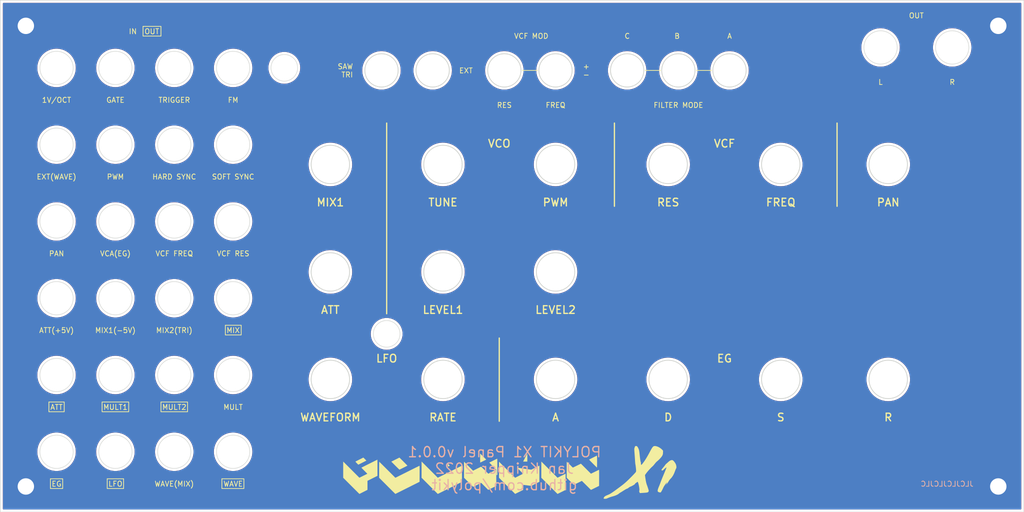
<source format=kicad_pcb>
(kicad_pcb (version 20211014) (generator pcbnew)
  (title_block (title "Polykit X1 Front Panel") (date "2022-09-05") (rev "v0.0.1") (company "Jan Knipper") (comment 1 "github.com/polykit"))
  (layers (0 "F.Cu" signal) (31 "B.Cu" signal) (34 "B.Paste" user) (35 "F.Paste" user) (36 "B.SilkS" user "B.Silkscreen") (37 "F.SilkS" user "F.Silkscreen") (38 "B.Mask" user) (39 "F.Mask" user) (44 "Edge.Cuts" user))
  (net 0 "")
  (net 1 "GND")
  (footprint "LOGO" (layer "F.Cu") (at 175.475292 121.490083)
    (fp_text reference "G***" hide)
    (fp_text value "LOGO" hide)
    (fp_poly (pts (xy 5.933249 -1.606114) (xy 6.08372 -1.483711) (xy 6.246243 -1.296681) (xy 6.40773 -1.05891) (xy 6.474584 -0.942709) (xy 6.56129 -0.737848) (xy 6.617158 -0.512534) (xy 6.639212 -0.294915) (xy 6.624472 -0.113138) (xy 6.574317 0) (xy 6.528028 0.080715) (xy 6.464039 0.229004) (xy 6.39413 0.416884) (xy 6.374358 0.475) (xy 6.181879 0.970557) (xy 5.95664 1.405853) (xy 5.707053 1.76604) (xy 5.53878 1.949944) (xy 5.377832 2.123037) (xy 5.229195 2.314002) (xy 5.124622 2.481978) (xy 5.123388 2.484442) (xy 5.008959 2.678614) (xy 4.865075 2.877357) (xy 4.795135 2.959328) (xy 4.596055 3.175) (xy 4.698027 2.964491) (xy 4.758561 2.833466) (xy 4.795104 2.742679) (xy 4.8 2.723155) (xy 4.774675 2.72672) (xy 4.707069 2.796819) (xy 4.60973 2.916361) (xy 4.495208 3.068251) (xy 4.37605 3.235398) (xy 4.264807 3.400709) (xy 4.174028 3.54709) (xy 4.119529 3.65) (xy 3.934329 4.048529) (xy 3.779129 4.351769) (xy 3.653879 4.559805) (xy 3.558527 4.672725) (xy 3.503784 4.694645) (xy 3.44139 4.681352) (xy 3.318322 4.654215) (xy 3.259848 4.641178) (xy 3.113876 4.591883) (xy 3.018283 4.513925) (xy 2.973092 4.397377) (xy 2.978324 4.232311) (xy 3.034 4.008797) (xy 3.140142 3.716907) (xy 3.26249 3.425) (xy 3.357086 3.195719) (xy 3.459993 2.928239) (xy 3.549254 2.679667) (xy 3.550845 2.675) (xy 3.613842 2.501672) (xy 3.707646 2.258792) (xy 3.823382 1.9686) (xy 3.952178 1.653334) (xy 4.085159 1.335234) (xy 4.089493 1.325) (xy 4.284395 0.861967) (xy 4.439732 0.485924) (xy 4.557038 0.192695) (xy 4.637847 -0.021897) (xy 4.683692 -0.162027) (xy 4.696105 -0.231869) (xy 4.676622 -0.2356) (xy 4.65414 -0.2125) (xy 4.572225 -0.131586) (xy 4.515105 -0.1) (xy 4.460665 -0.066751) (xy 4.358902 0.020689) (xy 4.231206 0.143855) (xy 4.22312 0.152046) (xy 4.06917 0.296393) (xy 3.954638 0.371805) (xy 3.860434 0.390446) (xy 3.850427 0.389546) (xy 3.748536 0.355726) (xy 3.721386 0.282574) (xy 3.770491 0.163945) (xy 3.897368 -0.006308) (xy 3.968171 -0.087929) (xy 4.125004 -0.271305) (xy 4.279579 -0.464543) (xy 4.39965 -0.627264) (xy 4.404252 -0.633997) (xy 4.507255 -0.774052) (xy 4.600244 -0.881351) (xy 4.646564 -0.921318) (xy 4.717748 -0.976149) (xy 4.837957 -1.081161) (xy 4.984767 -1.21657) (xy 5.030914 -1.260419) (xy 5.268549 -1.462944) (xy 5.483206 -1.587022) (xy 5.696721 -1.6436) (xy 5.80792 -1.65)) (layer "F.SilkS") (width 0) (fill solid))
    (fp_poly (pts (xy 4.55 3.325) (xy 4.525 3.35) (xy 4.5 3.325) (xy 4.525 3.3)) (layer "F.SilkS") (width 0) (fill solid))
    (fp_poly (pts (xy -0.75 4.975) (xy -0.775 5) (xy -0.8 4.975) (xy -0.775 4.95)) (layer "F.SilkS") (width 0) (fill solid))
    (fp_poly (pts (xy -1.12538 -4.378902) (xy -1.021601 -4.306115) (xy -0.918869 -4.167405) (xy -0.803817 -3.948538) (xy -0.787807 -3.914629) (xy -0.738781 -3.802494) (xy -0.698564 -3.68805) (xy -0.664251 -3.555488) (xy -0.632936 -3.389002) (xy -0.601712 -3.172782) (xy -0.567674 -2.891022) (xy -0.527915 -2.527913) (xy -0.521109 -2.463853) (xy -0.48455 -2.137963) (xy -0.44804 -1.847001) (xy -0.413678 -1.605171) (xy -0.383566 -1.426678) (xy -0.359803 -1.325726) (xy -0.350223 -1.308408) (xy -0.32224 -1.253337) (xy -0.304008 -1.129692) (xy -0.3 -1.023785) (xy -0.29547 -0.864444) (xy -0.277733 -0.761507) (xy -0.240573 -0.718953) (xy -0.177775 -0.740762) (xy -0.083121 -0.830913) (xy 0.049605 -0.993386) (xy 0.226619 -1.232162) (xy 0.396342 -1.469573) (xy 0.562567 -1.717758) (xy 0.758403 -2.032645) (xy 0.970021 -2.390865) (xy 1.183593 -2.769048) (xy 1.37148 -3.117494) (xy 1.571436 -3.494262) (xy 1.735393 -3.790609) (xy 1.871758 -4.01571) (xy 1.988939 -4.178742) (xy 2.095346 -4.288882) (xy 2.199385 -4.355307) (xy 2.309466 -4.387192) (xy 2.433996 -4.393715) (xy 2.535597 -4.387998) (xy 2.807576 -4.331072) (xy 3.109199 -4.210518) (xy 3.409511 -4.042257) (xy 3.677558 -3.842208) (xy 3.775 -3.750572) (xy 4.025 -3.495419) (xy 4.019016 -3.128949) (xy 4.007023 -2.902573) (xy 3.972507 -2.729131) (xy 3.904527 -2.562231) (xy 3.86918 -2.49374) (xy 3.755178 -2.320292) (xy 3.584097 -2.107956) (xy 3.377364 -1.87979) (xy 3.156403 -1.658853) (xy 2.94264 -1.468204) (xy 2.844568 -1.391009) (xy 2.730777 -1.28843) (xy 2.585502 -1.132422) (xy 2.434697 -0.951416) (xy 2.388115 -0.891009) (xy 2.236597 -0.702505) (xy 2.077427 -0.524432) (xy 1.938914 -0.387969) (xy 1.90622 -0.360284) (xy 1.762021 -0.230562) (xy 1.575402 -0.042131) (xy 1.364795 0.184366) (xy 1.148634 0.428285) (xy 0.945351 0.668984) (xy 0.773379 0.885818) (xy 0.684576 1.007869) (xy 0.494336 1.284088) (xy 0.57539 1.879544) (xy 0.655763 2.394382) (xy 0.743403 2.810827) (xy 0.838616 3.130243) (xy 0.871953 3.215071) (xy 0.915884 3.330426) (xy 0.979569 3.512402) (xy 1.053068 3.73213) (xy 1.100935 3.880075) (xy 1.171802 4.105962) (xy 1.213985 4.258291) (xy 1.230034 4.358499) (xy 1.2225 4.428027) (xy 1.193933 4.488313) (xy 1.176544 4.515625) (xy 1.133324 4.576091) (xy 1.084006 4.623187) (xy 1.015339 4.659607) (xy 0.914071 4.688046) (xy 0.766952 4.711198) (xy 0.560732 4.731758) (xy 0.282158 4.75242) (xy -0.082019 4.775879) (xy -0.112822 4.777806) (xy -0.500644 4.802042) (xy -0.585781 4.623509) (xy -0.638514 4.475634) (xy -0.627338 4.373694) (xy -0.619981 4.359987) (xy -0.595747 4.258028) (xy -0.594586 4.088443) (xy -0.612802 3.870461) (xy -0.646702 3.623311) (xy -0.69259 3.366221) (xy -0.746773 3.118421) (xy -0.805555 2.899138) (xy -0.865242 2.727603) (xy -0.92214 2.623044) (xy -0.958138 2.6) (xy -1.015828 2.630326) (xy -1.116636 2.706838) (xy -1.166065 2.748862) (xy -1.27359 2.831256) (xy -1.350423 2.868322) (xy -1.367805 2.865528) (xy -1.395715 2.875155) (xy -1.4 2.90795) (xy -1.434713 2.992804) (xy -1.5125 3.083272) (xy -1.615346 3.159449) (xy -1.768606 3.255116) (xy -1.946181 3.356103) (xy -2.121969 3.44824) (xy -2.26987 3.517358) (xy -2.363781 3.549288) (xy -2.372232 3.55) (xy -2.444955 3.579309) (xy -2.566518 3.655748) (xy -2.695511 3.751162) (xy -2.824583 3.849407) (xy -2.91616 3.911897) (xy -2.95 3.925146) (xy -2.989399 3.925767) (xy -3.098012 3.97347) (xy -3.261464 4.060449) (xy -3.46538 4.178896) (xy -3.695386 4.321003) (xy -3.786294 4.37936) (xy -3.981061 4.503805) (xy -4.160028 4.614792) (xy -4.296172 4.695707) (xy -4.340028 4.719843) (xy -4.473366 4.804819) (xy -4.61449 4.917111) (xy -4.633301 4.934251) (xy -4.787456 5.044399) (xy -5.014519 5.163415) (xy -5.289401 5.280244) (xy -5.587016 5.383831) (xy -5.775 5.437343) (xy -6.115424 5.534124) (xy -6.43575 5.641952) (xy -6.703975 5.749645) (xy -6.8 5.795518) (xy -7.04046 5.891725) (xy -7.279374 5.919835) (xy -7.4125 5.912258) (xy -7.539973 5.892952) (xy -7.589796 5.852217) (xy -7.572302 5.76614) (xy -7.521955 5.658918) (xy -7.450814 5.545649) (xy -7.350345 5.447703) (xy -7.203454 5.353974) (xy -6.99305 5.253356) (xy -6.735043 5.147648) (xy -6.602493 5.092715) (xy -6.469572 5.030218) (xy -6.3277 4.954415) (xy -6.168295 4.859564) (xy -5.982778 4.739923) (xy -5.762568 4.589751) (xy -5.499083 4.403305) (xy -5.183743 4.174844) (xy -4.807968 3.898626) (xy -4.363177 3.568909) (xy -4.25 3.484747) (xy -3.936226 3.247105) (xy -3.65485 3.023453) (xy -3.386979 2.797174) (xy -3.11372 2.55165) (xy -2.81618 2.270266) (xy -2.475465 1.936403) (xy -2.367881 1.829386) (xy -2.103408 1.562999) (xy -1.859639 1.312464) (xy -1.646479 1.088356) (xy -1.473833 0.901252) (xy -1.351604 0.761727) (xy -1.289696 0.680356) (xy -1.28679 0.675) (xy -1.256838 0.59997) (xy -1.240566 0.510946) (xy -1.237792 0.387837) (xy -1.248331 0.210548) (xy -1.272 -0.041012) (xy -1.279577 -0.11431) (xy -1.306999 -0.359023) (xy -1.333973 -0.568452) (xy -1.357602 -0.722057) (xy -1.374991 -0.799296) (xy -1.376624 -0.802627) (xy -1.390052 -0.867659) (xy -1.406603 -1.013587) (xy -1.424527 -1.221423) (xy -1.442074 -1.472183) (xy -1.449058 -1.588318) (xy -1.469796 -1.925441) (xy -1.496123 -2.316361) (xy -1.524834 -2.715262) (xy -1.552723 -3.07633) (xy -1.555891 -3.115285) (xy -1.58006 -3.434013) (xy -1.592695 -3.667588) (xy -1.593866 -3.830182) (xy -1.583644 -3.935965) (xy -1.562098 -3.999111) (xy -1.560289 -4.002107) (xy -1.510758 -4.120559) (xy -1.5 -4.189322) (xy -1.457478 -4.316721) (xy -1.339234 -4.388439) (xy -1.243572 -4.4)) (layer "F.SilkS") (width 0) (fill solid))
    (fp_poly (pts (xy 4.6 3.225) (xy 4.575 3.25) (xy 4.55 3.225) (xy 4.575 3.2)) (layer "F.SilkS") (width 0) (fill solid))
  )
  (footprint "LOGO" (layer "F.Cu") (at 142 122.5)
    (fp_text reference "G***" hide)
    (fp_text value "LOGO" hide)
    (fp_poly (pts (xy 5.10266 -2.900609) (xy 5.108349 -2.8198) (xy 5.113139 -2.685647) (xy 5.117022 -2.498581) (xy 5.119989 -2.259034) (xy 5.122034 -1.967438) (xy 5.123149 -1.624226) (xy 5.123372 -1.358067) (xy 5.123372 0.211507) (xy 4.933618 0.323465) (xy 4.933618 -0.219077) (xy 4.93343 -0.403524) (xy 4.93232 -0.541541) (xy 4.929466 -0.640909) (xy 4.924043 -0.709413) (xy 4.915231 -0.754838) (xy 4.902208 -0.784966) (xy 4.88415 -0.807582) (xy 4.869995 -0.821311) (xy 4.836004 -0.854696) (xy 4.769082 -0.921723) (xy 4.674247 -1.01732) (xy 4.556518 -1.13641) (xy 4.420916 -1.27392) (xy 4.272458 -1.424774) (xy 4.175735 -1.523213) (xy 3.545097 -2.165423) (xy 4.30694 -2.546532) (xy 4.494996 -2.640187) (xy 4.667901 -2.725492) (xy 4.8196 -2.799524) (xy 4.944038 -2.859359) (xy 5.035159 -2.902072) (xy 5.086909 -2.924738) (xy 5.096077 -2.927641)) (layer "F.SilkS") (width 0) (fill solid))
    (fp_poly (pts (xy 2.358449 -3.34774) (xy 2.954893 -2.751759) (xy 2.37878 -2.461641) (xy 2.21623 -2.380138) (xy 2.069737 -2.307364) (xy 1.946249 -2.246712) (xy 1.852711 -2.201579) (xy 1.796072 -2.175362) (xy 1.782337 -2.170073) (xy 1.777454 -2.195766) (xy 1.772993 -2.269345) (xy 1.769097 -2.384482) (xy 1.765914 -2.534848) (xy 1.763587 -2.714114) (xy 1.762261 -2.915952) (xy 1.762006 -3.056172) (xy 1.762006 -3.94372)) (layer "F.SilkS") (width 0) (fill solid))
    (fp_poly (pts (xy 18.721478 -2.312807) (xy 18.778372 -2.260577) (xy 18.863616 -2.179321) (xy 18.972301 -2.073781) (xy 19.09952 -1.948695) (xy 19.240365 -1.808805) (xy 19.287193 -1.762006) (xy 19.431321 -1.618409) (xy 19.563357 -1.488109) (xy 19.6784 -1.375844) (xy 19.771545 -1.286355) (xy 19.837888 -1.224383) (xy 19.872527 -1.194666) (xy 19.876104 -1.192743) (xy 19.904511 -1.204219) (xy 19.975625 -1.236757) (xy 20.083488 -1.287521) (xy 20.222141 -1.353675) (xy 20.385628 -1.432385) (xy 20.567989 -1.520814) (xy 20.675116 -1.573024) (xy 21.453995 -1.953306) (xy 23.413209 0.005356) (xy 24.193987 -0.376831) (xy 24.384593 -0.469792) (xy 24.559795 -0.554587) (xy 24.713617 -0.628378) (xy 24.840087 -0.688322) (xy 24.93323 -0.731582) (xy 24.987073 -0.755315) (xy 24.997846 -0.759018) (xy 25.001933 -0.732705) (xy 25.005553 -0.656944) (xy 25.008657 -0.536499) (xy 25.011197 -0.376137) (xy 25.013124 -0.180623) (xy 25.014389 0.045279) (xy 25.014943 0.296802) (xy 25.014738 0.569181) (xy 25.013932 0.813085) (xy 25.006937 2.385188) (xy 24.211725 2.778185) (xy 23.416514 3.171182) (xy 22.528725 2.290288) (xy 21.640936 1.409395) (xy 20.865415 1.789009) (xy 20.675493 1.88164) (xy 20.501016 1.966098) (xy 20.347974 2.039532) (xy 20.222358 2.099093) (xy 20.130157 2.141932) (xy 20.077363 2.1652) (xy 20.067345 2.168623) (xy 20.04365 2.150079) (xy 19.986267 2.097327) (xy 19.89965 2.01469) (xy 19.788253 1.906494) (xy 19.656528 1.777059) (xy 19.508929 1.630711) (xy 19.361032 1.48293) (xy 18.677268 0.797236) (xy 18.677268 -0.767017) (xy 18.677614 -1.052623) (xy 18.67861 -1.321404) (xy 18.680193 -1.568582) (xy 18.682302 -1.78938) (xy 18.684871 -1.979019) (xy 18.68784 -2.132723) (xy 18.691145 -2.245714) (xy 18.694723 -2.313215) (xy 18.69784 -2.33127)) (layer "F.SilkS") (width 0) (fill solid))
    (fp_poly (pts (xy 8.594706 0.79968) (xy 9.332625 0.426526) (xy 9.518448 0.332384) (xy 9.689772 0.245258) (xy 9.840286 0.168381) (xy 9.963684 0.104988) (xy 10.053655 0.058312) (xy 10.103892 0.031589) (xy 10.111206 0.027367) (xy 10.116057 0.012732) (xy 10.102156 -0.016708) (xy 10.066329 -0.064522) (xy 10.005402 -0.13428) (xy 9.916201 -0.229551) (xy 9.795552 -0.353904) (xy 9.640283 -0.51091) (xy 9.569286 -0.582136) (xy 9.426103 -0.72683) (xy 9.298283 -0.858492) (xy 9.190105 -0.972512) (xy 9.105846 -1.064282) (xy 9.049785 -1.129194) (xy 9.026198 -1.16264) (xy 9.02713 -1.166199) (xy 9.061219 -1.16253) (xy 9.143673 -1.151785) (xy 9.269209 -1.134706) (xy 9.432544 -1.112031) (xy 9.628393 -1.0845) (xy 9.851473 -1.052852) (xy 10.096501 -1.017827) (xy 10.358192 -0.980164) (xy 10.409391 -0.972766) (xy 11.751227 -0.778769) (xy 12.54413 -1.175601) (xy 13.337033 -1.572432) (xy 13.33656 0.006687) (xy 13.336086 1.585806) (xy 11.762398 2.390032) (xy 11.023644 2.292882) (xy 10.826888 2.267286) (xy 10.645487 2.244216) (xy 10.487059 2.224599) (xy 10.359224 2.209362) (xy 10.2696 2.199432) (xy 10.225807 2.195736) (xy 10.225156 2.195731) (xy 10.203935 2.197132) (xy 10.18845 2.206254) (xy 10.177795 2.230476) (xy 10.17107 2.277174) (xy 10.167369 2.353727) (xy 10.165789 2.467514) (xy 10.165427 2.625911) (xy 10.165421 2.683581) (xy 10.165421 3.171431) (xy 8.602209 3.953397) (xy 7.025437 2.376452) (xy 5.448666 0.799508) (xy 5.448666 -2.344648)) (layer "F.SilkS") (width 0) (fill solid))
    (fp_poly (pts (xy -17.930377 -2.31255) (xy -17.873132 -2.258286) (xy -17.78337 -2.171324) (xy -17.663972 -2.054509) (xy -17.517822 -1.910688) (xy -17.347803 -1.742706) (xy -17.156797 -1.553409) (xy -16.947686 -1.345641) (xy -16.723355 -1.122249) (xy -16.486684 -0.886078) (xy -16.366406 -0.765873) (xy -14.800835 0.799524) (xy -12.455979 -0.37281) (xy -12.122694 -0.539301) (xy -11.802992 -0.698737) (xy -11.500223 -0.849464) (xy -11.217735 -0.989826) (xy -10.958879 -1.118167) (xy -10.727005 -1.232832) (xy -10.525462 -1.332166) (xy -10.357599 -1.414513) (xy -10.226767 -1.478217) (xy -10.136315 -1.521624) (xy -10.089593 -1.543078) (xy -10.083837 -1.545144) (xy -10.077323 -1.518087) (xy -10.071964 -1.437091) (xy -10.067764 -1.302424) (xy -10.064725 -1.11435) (xy -10.062852 -0.873136) (xy -10.062148 -0.579046) (xy -10.062616 -0.232346) (xy -10.063548 0.020331) (xy -10.070545 1.585806) (xy -12.428922 2.770325) (xy -12.762738 2.937932) (xy -13.082749 3.098499) (xy -13.385644 3.250372) (xy -13.668111 3.391894) (xy -13.926838 3.52141) (xy -14.158515 3.637265) (xy -14.359829 3.737802) (xy -14.527468 3.821366) (xy -14.658122 3.886302) (xy -14.748478 3.930954) (xy -14.795224 3.953667) (xy -14.801168 3.956291) (xy -14.822005 3.937795) (xy -14.878272 3.88374) (xy -14.967112 3.796956) (xy -15.085672 3.680272) (xy -15.231095 3.536516) (xy -15.400527 3.368519) (xy -15.591113 3.179109) (xy -15.799997 2.971115) (xy -16.024325 2.747367) (xy -16.261241 2.510695) (xy -16.393751 2.378167) (xy -17.972466 0.798595) (xy -17.972466 -0.766337) (xy -17.972125 -1.052007) (xy -17.971145 -1.320853) (xy -17.969588 -1.568098) (xy -17.967514 -1.788965) (xy -17.964986 -1.978679) (xy -17.962066 -2.132462) (xy -17.958815 -2.245539) (xy -17.955296 -2.313132) (xy -17.952222 -2.33127)) (layer "F.SilkS") (width 0) (fill solid))
    (fp_poly (pts (xy -4.364355 -1.77556) (xy -4.283745 -1.693598) (xy -4.220145 -1.625183) (xy -4.181907 -1.579514) (xy -4.1746 -1.566592) (xy -4.196825 -1.545511) (xy -4.253477 -1.510103) (xy -4.329518 -1.468241) (xy -4.409912 -1.427797) (xy -4.479624 -1.396643) (xy -4.523617 -1.382651) (xy -4.526228 -1.382497) (xy -4.539397 -1.408653) (xy -4.548662 -1.483522) (xy -4.553506 -1.60171) (xy -4.554109 -1.673179) (xy -4.554109 -1.963861)) (layer "F.SilkS") (width 0) (fill solid))
    (fp_poly (pts (xy 10.963379 -3.877547) (xy 10.968155 -3.804156) (xy 10.972248 -3.690147) (xy 10.975478 -3.542316) (xy 10.977664 -3.367463) (xy 10.978625 -3.172385) (xy 10.978655 -3.13095) (xy 10.978655 -2.358378) (xy 10.165545 -2.358378) (xy 10.551548 -3.13095) (xy 10.64622 -3.319189) (xy 10.73375 -3.490853) (xy 10.8111 -3.64017) (xy 10.875234 -3.761368) (xy 10.923113 -3.848674) (xy 10.951701 -3.896316) (xy 10.958103 -3.903522)) (layer "F.SilkS") (width 0) (fill solid))
    (fp_poly (pts (xy 0.379422 -0.583217) (xy 1.152162 -0.969303) (xy 1.34193 -1.063608) (xy 1.516889 -1.14958) (xy 1.670967 -1.22431) (xy 1.798094 -1.284893) (xy 1.892197 -1.328421) (xy 1.947207 -1.351987) (xy 1.958466 -1.355389) (xy 1.984798 -1.336845) (xy 2.044706 -1.284107) (xy 2.13363 -1.201519) (xy 2.247012 -1.093421) (xy 2.380293 -0.964158) (xy 2.528912 -0.81807) (xy 2.672375 -0.675438) (xy 3.352718 0.004513) (xy 4.119009 -0.378821) (xy 4.306657 -0.472201) (xy 4.478331 -0.55669) (xy 4.628168 -0.629477) (xy 4.750303 -0.68775) (xy 4.83887 -0.728696) (xy 4.888004 -0.749503) (xy 4.896047 -0.751409) (xy 4.898121 -0.723095) (xy 4.900288 -0.645383) (xy 4.902497 -0.523089) (xy 4.904693 -0.361031) (xy 4.906825 -0.164025) (xy 4.908838 0.063111) (xy 4.91068 0.315562) (xy 4.912298 0.58851) (xy 4.913429 0.826449) (xy 4.920064 2.39356) (xy 3.340428 3.164622) (xy 2.655203 2.479002) (xy 1.969977 1.793381) (xy 1.183942 2.18658) (xy 0.397906 2.579778) (xy -1.382498 0.799988) (xy -1.382498 -2.344511)) (layer "F.SilkS") (width 0) (fill solid))
    (fp_poly (pts (xy 24.594056 -3.497038) (xy 24.600372 -3.416625) (xy 24.605502 -3.283536) (xy 24.609427 -3.098537) (xy 24.612131 -2.862392) (xy 24.613595 -2.575864) (xy 24.613874 -2.358378) (xy 24.613413 -2.112892) (xy 24.612096 -1.884989) (xy 24.610019 -1.680203) (xy 24.607281 -1.504068) (xy 24.603979 -1.362118) (xy 24.600209 -1.259888) (xy 24.59607 -1.202913) (xy 24.593365 -1.192743) (xy 24.570364 -1.211301) (xy 24.513327 -1.264267) (xy 24.426418 -1.347581) (xy 24.313802 -1.457179) (xy 24.179645 -1.589001) (xy 24.028111 -1.738985) (xy 23.863365 -1.903069) (xy 23.800462 -1.965972) (xy 23.602877 -2.164338) (xy 23.441237 -2.328036) (xy 23.312649 -2.460229) (xy 23.214225 -2.564082) (xy 23.143074 -2.642758) (xy 23.096305 -2.699422) (xy 23.071028 -2.737236) (xy 23.064352 -2.759364) (xy 23.06873 -2.766912) (xy 23.108068 -2.789439) (xy 23.18683 -2.831151) (xy 23.297777 -2.888438) (xy 23.433674 -2.957691) (xy 23.587284 -3.0353) (xy 23.75137 -3.117655) (xy 23.918695 -3.201147) (xy 24.082022 -3.282166) (xy 24.234115 -3.357101) (xy 24.367737 -3.422344) (xy 24.475651 -3.474285) (xy 24.550621 -3.509314) (xy 24.58541 -3.523822) (xy 24.586572 -3.524013)) (layer "F.SilkS") (width 0) (fill solid))
    (fp_poly (pts (xy -20.75714 -2.852143) (xy -20.460447 -2.555449) (xy -21.238699 -2.158728) (xy -21.428161 -2.062476) (xy -21.602283 -1.974648) (xy -21.75517 -1.898168) (xy -21.880923 -1.835962) (xy -21.973646 -1.790953) (xy -22.027444 -1.766067) (xy -22.038485 -1.762006) (xy -22.063866 -1.780619) (xy -22.119184 -1.831824) (xy -22.197285 -1.908674) (xy -22.291012 -2.004221) (xy -22.333959 -2.048927) (xy -22.430734 -2.151471) (xy -22.512503 -2.240372) (xy -22.572641 -2.308248) (xy -22.604525 -2.34772) (xy -22.607898 -2.354111) (xy -22.584557 -2.37021) (xy -22.518369 -2.407327) (xy -22.415087 -2.462454) (xy -22.280465 -2.53258) (xy -22.120255 -2.614695) (xy -21.940212 -2.705791) (xy -21.830866 -2.760605) (xy -21.053834 -3.148836)) (layer "F.SilkS") (width 0) (fill solid))
    (fp_poly (pts (xy -6.51475 0.790628) (xy -4.151932 -0.390843) (xy -1.789115 -1.572313) (xy -1.789115 1.599298) (xy -4.147431 2.778518) (xy -4.481224 2.945388) (xy -4.801075 3.105221) (xy -5.103679 3.256368) (xy -5.385734 3.397184) (xy -5.643936 3.52602) (xy -5.87498 3.64123) (xy -6.075565 3.741166) (xy -6.242385 3.824183) (xy -6.372138 3.888632) (xy -6.461519 3.932867) (xy -6.507226 3.95524) (xy -6.512672 3.957738) (xy -6.53244 3.939031) (xy -6.587682 3.884797) (xy -6.675555 3.797865) (xy -6.793219 3.681065) (xy -6.937831 3.537226) (xy -7.10655 3.369179) (xy -7.296533 3.179753) (xy -7.50494 2.971778) (xy -7.728928 2.748083) (xy -7.965655 2.511497) (xy -8.09854 2.378623) (xy -9.677482 0.799508) (xy -9.677482 -2.371758)) (layer "F.SilkS") (width 0) (fill solid))
    (fp_poly (pts (xy 16.879354 0.790708) (xy 17.66988 0.395264) (xy 18.460405 -0.000181) (xy 18.460405 3.171431) (xy 17.67446 3.564584) (xy 17.484417 3.659545) (xy 17.310497 3.746248) (xy 17.158465 3.821836) (xy 17.034086 3.88345) (xy 16.943126 3.928232) (xy 16.891349 3.953323) (xy 16.88147 3.957738) (xy 16.861684 3.939031) (xy 16.806424 3.884796) (xy 16.718534 3.797863) (xy 16.600854 3.681062) (xy 16.456228 3.537223) (xy 16.287496 3.369175) (xy 16.097501 3.179747) (xy 15.889085 2.971771) (xy 15.66509 2.748074) (xy 15.428359 2.511487) (xy 15.295484 2.378623) (xy 13.716542 0.799508) (xy 13.716542 -2.371758)) (layer "F.SilkS") (width 0) (fill solid))
    (fp_poly (pts (xy -18.308926 -2.711571) (xy -18.306591 -2.635795) (xy -18.304443 -2.515313) (xy -18.302521 -2.35488) (xy -18.300868 -2.159249) (xy -18.299525 -1.933177) (xy -18.298532 -1.681417) (xy -18.297931 -1.408725) (xy -18.297759 -1.158557) (xy -18.297759 0.420773) (xy -19.27364 0.908111) (xy -20.24952 1.395449) (xy -20.250069 2.276753) (xy -20.250618 3.158058) (xy -21.033421 3.557898) (xy -21.222813 3.654489) (xy -21.396282 3.742679) (xy -21.548067 3.81956) (xy -21.672401 3.882223) (xy -21.763521 3.92776) (xy -21.815662 3.953262) (xy -21.825862 3.957738) (xy -21.84605 3.939027) (xy -21.901699 3.884783) (xy -21.98996 3.797835) (xy -22.107988 3.681015) (xy -22.252934 3.537152) (xy -22.421951 3.369077) (xy -22.612191 3.17962) (xy -22.820807 2.971613) (xy -23.044952 2.747885) (xy -23.281779 2.511266) (xy -23.414442 2.378623) (xy -24.993383 0.799508) (xy -24.993383 -2.371758) (xy -23.412081 -0.790628) (xy -21.830778 0.790502) (xy -20.276634 0.014) (xy -20.864981 -0.574803) (xy -21.010335 -0.721017) (xy -21.141841 -0.854741) (xy -21.254968 -0.971252) (xy -21.345185 -1.065828) (xy -21.407959 -1.133744) (xy -21.438759 -1.170278) (xy -21.441018 -1.175191) (xy -21.414849 -1.189426) (xy -21.34522 -1.225235) (xy -21.237091 -1.280142) (xy -21.095423 -1.35167) (xy -20.925178 -1.437341) (xy -20.731317 -1.534678) (xy -20.5188 -1.641204) (xy -20.29259 -1.754443) (xy -20.057646 -1.871915) (xy -19.81893 -1.991145) (xy -19.581403 -2.109656) (xy -19.350026 -2.224969) (xy -19.129761 -2.334609) (xy -18.925567 -2.436097) (xy -18.742407 -2.526957) (xy -18.585241 -2.60471) (xy -18.459031 -2.666882) (xy -18.368737 -2.710993) (xy -18.319321 -2.734566) (xy -18.311407 -2.737887)) (layer "F.SilkS") (width 0) (fill solid))
    (fp_poly (pts (xy -13.224261 -2.367592) (xy -13.05517 -2.198246) (xy -12.898648 -2.040849) (xy -12.758728 -1.899505) (xy -12.639441 -1.778315) (xy -12.544818 -1.681381) (xy -12.478891 -1.612804) (xy -12.445692 -1.576686) (xy -12.442476 -1.572206) (xy -12.465635 -1.557383) (xy -12.530445 -1.52215) (xy -12.629904 -1.470024) (xy -12.757011 -1.404519) (xy -12.904765 -1.329148) (xy -13.066165 -1.247429) (xy -13.23421 -1.162874) (xy -13.401899 -1.078999) (xy -13.562231 -0.99932) (xy -13.708204 -0.92735) (xy -13.832817 -0.866604) (xy -13.92907 -0.820598) (xy -13.989961 -0.792846) (xy -14.008251 -0.786126) (xy -14.031203 -0.804682) (xy -14.088237 -0.857661) (xy -14.175217 -0.941033) (xy -14.28801 -1.050766) (xy -14.42248 -1.182827) (xy -14.574492 -1.333185) (xy -14.739911 -1.497808) (xy -14.812147 -1.56999) (xy -15.595662 -2.353854) (xy -14.800854 -2.751441) (xy -14.006045 -3.149028)) (layer "F.SilkS") (width 0) (fill solid))
  )
  (gr_line (start 176 43.7) (end 179 43.7) (layer "F.SilkS") (width 0.15))
  (gr_line (start 186 43.7) (end 189 43.7) (layer "F.SilkS") (width 0.15))
  (gr_rect (start 70.9 123.5) (end 74.1 125.4) (layer "F.SilkS") (width 0.15) (fill none))
  (gr_rect (start 77.9 35.1) (end 81.4 37) (layer "F.SilkS") (width 0.15) (fill none))
  (gr_rect (start 93.3 123.5) (end 97.6 125.4) (layer "F.SilkS") (width 0.15) (fill none))
  (gr_rect (start 59.8 123.5) (end 62.2 125.4) (layer "F.SilkS") (width 0.15) (fill none))
  (gr_line (start 213.5 54) (end 213.5 70.25) (layer "F.SilkS") (width 0.25))
  (gr_rect (start 93.98 93.5) (end 97.08 95.39) (layer "F.SilkS") (width 0.15) (fill none))
  (gr_line (start 170 54) (end 170 70.25) (layer "F.SilkS") (width 0.25))
  (gr_rect (start 59.5 108.5) (end 62.5 110.4) (layer "F.SilkS") (width 0.15) (fill none))
  (gr_rect (start 81.4 108.5) (end 86.6 110.4) (layer "F.SilkS") (width 0.15) (fill none))
  (gr_line (start 155 43.7) (end 152 43.7) (layer "F.SilkS") (width 0.15))
  (gr_rect (start 69.9 108.5) (end 75.1 110.4) (layer "F.SilkS") (width 0.15) (fill none))
  (gr_line (start 147.5 96) (end 147.5 112.25) (layer "F.SilkS") (width 0.25))
  (gr_line (start 125.5 91.25) (end 125.5 54) (layer "F.SilkS") (width 0.25))
  (gr_circle (center 158.49 43.7) (end 161.74 43.7) (layer "Edge.Cuts") (width 0.15) (fill none))
  (gr_circle (center 61 43.22) (end 64.25 43.22) (layer "Edge.Cuts") (width 0.1) (fill none))
  (gr_circle (center 72.5 58.22) (end 75.75 58.22) (layer "Edge.Cuts") (width 0.1) (fill none))
  (gr_circle (center 72.5 43.22) (end 75.75 43.22) (layer "Edge.Cuts") (width 0.1) (fill none))
  (gr_circle (center 105.5 43.2) (end 108.1 43.2) (layer "Edge.Cuts") (width 0.1) (fill none))
  (gr_circle (center 182.49 43.7) (end 185.74 43.7) (layer "Edge.Cuts") (width 0.15) (fill none))
  (gr_circle (center 84 103.22) (end 87.25 103.22) (layer "Edge.Cuts") (width 0.1) (fill none))
  (gr_circle (center 72.5 103.22) (end 75.75 103.22) (layer "Edge.Cuts") (width 0.1) (fill none))
  (gr_circle (center 72.5 118.22) (end 75.75 118.22) (layer "Edge.Cuts") (width 0.1) (fill none))
  (gr_circle (center 202.5 62.08) (end 206.25 62.08) (layer "Edge.Cuts") (width 0.15) (fill none))
  (gr_circle (center 124.49 43.7) (end 127.74 43.7) (layer "Edge.Cuts") (width 0.15) (fill none))
  (gr_circle (center 61 58.22) (end 64.25 58.22) (layer "Edge.Cuts") (width 0.1) (fill none))
  (gr_circle (center 95.5 88.22) (end 98.75 88.22) (layer "Edge.Cuts") (width 0.1) (fill none))
  (gr_circle (center 84 88.22) (end 87.25 88.22) (layer "Edge.Cuts") (width 0.1) (fill none))
  (gr_circle (center 158.5 104.08) (end 162.25 104.08) (layer "Edge.Cuts") (width 0.15) (fill none))
  (gr_circle (center 61 103.22) (end 64.25 103.22) (layer "Edge.Cuts") (width 0.1) (fill none))
  (gr_circle (center 114.5 104.08) (end 118.25 104.08) (layer "Edge.Cuts") (width 0.15) (fill none))
  (gr_circle (center 114.5 83.08) (end 118.25 83.08) (layer "Edge.Cuts") (width 0.15) (fill none))
  (gr_circle (center 61 118.22) (end 64.25 118.22) (layer "Edge.Cuts") (width 0.1) (fill none))
  (gr_circle (center 95.5 58.22) (end 98.75 58.22) (layer "Edge.Cuts") (width 0.1) (fill none))
  (gr_circle (center 95.5 73.22) (end 98.75 73.22) (layer "Edge.Cuts") (width 0.1) (fill none))
  (gr_line locked (start 50 130) (end 50 30) (layer "Edge.Cuts") (width 0.1))
  (gr_circle (center 223.5 104.08) (end 227.25 104.08) (layer "Edge.Cuts") (width 0.15) (fill none))
  (gr_circle (center 136.5 104.08) (end 140.25 104.08) (layer "Edge.Cuts") (width 0.15) (fill none))
  (gr_circle (center 172.49 43.7) (end 175.74 43.7) (layer "Edge.Cuts") (width 0.15) (fill none))
  (gr_circle (center 180.5 62.08) (end 184.25 62.08) (layer "Edge.Cuts") (width 0.15) (fill none))
  (gr_circle (center 223.5 62.08) (end 227.25 62.08) (layer "Edge.Cuts") (width 0.15) (fill none))
  (gr_circle (center 95.5 103.22) (end 98.75 103.22) (layer "Edge.Cuts") (width 0.1) (fill none))
  (gr_line locked (start 250 130) (end 50 130) (layer "Edge.Cuts") (width 0.1))
  (gr_line locked (start 50 30) (end 250 30) (layer "Edge.Cuts") (width 0.1))
  (gr_circle (center 72.5 73.22) (end 75.75 73.22) (layer "Edge.Cuts") (width 0.1) (fill none))
  (gr_circle (center 180.5 104.08) (end 184.25 104.08) (layer "Edge.Cuts") (width 0.15) (fill none))
  (gr_circle (center 136.5 83.08) (end 140.25 83.08) (layer "Edge.Cuts") (width 0.15) (fill none))
  (gr_circle (center 136.5 62.08) (end 140.25 62.08) (layer "Edge.Cuts") (width 0.15) (fill none))
  (gr_circle (center 84 118.22) (end 87.25 118.22) (layer "Edge.Cuts") (width 0.1) (fill none))
  (gr_circle (center 95.5 118.22) (end 98.75 118.22) (layer "Edge.Cuts") (width 0.1) (fill none))
  (gr_circle (center 61 88.22) (end 64.25 88.22) (layer "Edge.Cuts") (width 0.1) (fill none))
  (gr_circle (center 158.5 83.08) (end 162.25 83.08) (layer "Edge.Cuts") (width 0.15) (fill none))
  (gr_circle (center 134.49 43.7) (end 137.74 43.7) (layer "Edge.Cuts") (width 0.15) (fill none))
  (gr_circle (center 158.5 62.08) (end 162.25 62.08) (layer "Edge.Cuts") (width 0.15) (fill none))
  (gr_circle (center 202.5 104.08) (end 206.25 104.08) (layer "Edge.Cuts") (width 0.15) (fill none))
  (gr_circle (center 222 39.22) (end 225.25 39.22) (layer "Edge.Cuts") (width 0.1) (fill none))
  (gr_circle (center 236 39.22) (end 239.25 39.22) (layer "Edge.Cuts") (width 0.1) (fill none))
  (gr_circle (center 84 43.22) (end 87.25 43.22) (layer "Edge.Cuts") (width 0.1) (fill none))
  (gr_circle (center 148.49 43.7) (end 151.74 43.7) (layer "Edge.Cuts") (width 0.15) (fill none))
  (gr_circle (center 114.5 62.08) (end 118.25 62.08) (layer "Edge.Cuts") (width 0.15) (fill none))
  (gr_circle (center 84 73.22) (end 87.25 73.22) (layer "Edge.Cuts") (width 0.1) (fill none))
  (gr_circle (center 125.5 95.18) (end 128.1 95.18) (layer "Edge.Cuts") (width 0.1) (fill none))
  (gr_circle (center 84 58.22) (end 87.25 58.22) (layer "Edge.Cuts") (width 0.1) (fill none))
  (gr_circle (center 61 73.22) (end 64.25 73.22) (layer "Edge.Cuts") (width 0.1) (fill none))
  (gr_circle (center 192.49 43.7) (end 195.74 43.7) (layer "Edge.Cuts") (width 0.15) (fill none))
  (gr_circle (center 72.5 88.22) (end 75.75 88.22) (layer "Edge.Cuts") (width 0.1) (fill none))
  (gr_circle (center 95.5 43.22) (end 98.75 43.22) (layer "Edge.Cuts") (width 0.1) (fill none))
  (gr_line locked (start 250 30) (end 250 130) (layer "Edge.Cuts") (width 0.1))
  (gr_text "JLCJLCJLCJLC" (at 235 124.5) (layer "B.SilkS") (effects (font (size 1 1)) (justify mirror)))
  (gr_text "POLYKIT X1 Panel v0.0.1\nJan Knipper 2022\ngithub.com/polykit" (at 148.5 121.5) (layer "B.SilkS") (effects (font (size 2 2) (thickness 0.25)) (justify mirror)))
  (gr_text "MIX2(TRI)" (at 84 94.5) (layer "F.SilkS") (effects (font (size 1 1))))
  (gr_text "LEVEL2" (at 158.5 90.5) (layer "F.SilkS") (effects (font (size 1.5 1.5) (thickness 0.25))))
  (gr_text "VCO" (at 147.5 58) (layer "F.SilkS") (effects (font (size 1.5 1.5) (thickness 0.25))))
  (gr_text "SOFT SYNC" (at 95.5 64.5) (layer "F.SilkS") (effects (font (size 1 1))))
  (gr_text "WAVE(MIX)" (at 84 124.5) (layer "F.SilkS") (effects (font (size 1 1))))
  (gr_text "GATE" (at 72.5 49.5) (layer "F.SilkS") (effects (font (size 1 1))))
  (gr_text "MULT" (at 95.5 109.5) (layer "F.SilkS") (effects (font (size 1 1))))
  (gr_text "S" (at 202.5 111.5) (layer "F.SilkS") (effects (font (size 1.5 1.5) (thickness 0.25))))
  (gr_text "IN  OUT" (at 78.1 36.1) (layer "F.SilkS") (effects (font (size 1 1))))
  (gr_text "PAN" (at 223.5 69.5) (layer "F.SilkS") (effects (font (size 1.5 1.5) (thickness 0.25))))
  (gr_text "TRIGGER" (at 84 49.5) (layer "F.SilkS") (effects (font (size 1 1))))
  (gr_text "FREQ" (at 202.5 69.5) (layer "F.SilkS") (effects (font (size 1.5 1.5) (thickness 0.25))))
  (gr_text "SAW\nTRI" (at 119 43.75) (layer "F.SilkS") (effects (font (size 1 1)) (justify right)))
  (gr_text "A" (at 192.5 37) (layer "F.SilkS") (effects (font (size 1 1))))
  (gr_text "+\n-" (at 164.5 43.75) (layer "F.SilkS") (effects (font (size 1 1))))
  (gr_text "VCF" (at 191.5 58) (layer "F.SilkS") (effects (font (size 1.5 1.5) (thickness 0.25))))
  (gr_text "LEVEL1" (at 136.5 90.5) (layer "F.SilkS") (effects (font (size 1.5 1.5) (thickness 0.25))))
  (gr_text "L" (at 222 46) (layer "F.SilkS") (effects (font (size 1 1))))
  (gr_text "EG" (at 191.5 100) (layer "F.SilkS") (effects (font (size 1.5 1.5) (thickness 0.25))))
  (gr_text "C" (at 172.5 37) (layer "F.SilkS") (effects (font (size 1 1))))
  (gr_text "LFO" (at 72.5 124.5) (layer "F.SilkS") (effects (font (size 1 1))))
  (gr_text "MIX1" (at 114.5 69.5) (layer "F.SilkS") (effects (font (size 1.5 1.5) (thickness 0.25))))
  (gr_text "VCF FREQ" (at 84 79.5) (layer "F.SilkS") (effects (font (size 1 1))))
  (gr_text "B" (at 182.25 37) (layer "F.SilkS") (effects (font (size 1 1))))
  (gr_text "PWM" (at 72.5 64.5) (layer "F.SilkS") (effects (font (size 1 1))))
  (gr_text "MULT2" (at 84 109.5) (layer "F.SilkS") (effects (font (size 1 1))))
  (gr_text "EXT(WAVE)" (at 61 64.5) (layer "F.SilkS") (effects (font (size 1 1))))
  (gr_text "D" (at 180.5 111.5) (layer "F.SilkS") (effects (font (size 1.5 1.5) (thickness 0.25))))
  (gr_text "VCF MOD\n" (at 153.75 37) (layer "F.SilkS") (effects (font (size 1 1))))
  (gr_text "TUNE" (at 136.5 69.5) (layer "F.SilkS") (effects (font (size 1.5 1.5) (thickness 0.25))))
  (gr_text "MIX1(-5V)" (at 72.5 94.5) (layer "F.SilkS") (effects (font (size 1 1))))
  (gr_text "FILTER MODE" (at 182.5 50.5) (layer "F.SilkS") (effects (font (size 1 1))))
  (gr_text "VCA(EG)" (at 72.5 79.5) (layer "F.SilkS") (effects (font (size 1 1))))
  (gr_text "1V/OCT" (at 61 49.5) (layer "F.SilkS") (effects (font (size 1 1))))
  (gr_text "WAVEFORM" (at 114.5 111.5) (layer "F.SilkS") (effects (font (size 1.5 1.5) (thickness 0.25))))
  (gr_text "ATT" (at 114.5 90.5) (layer "F.SilkS") (effects (font (size 1.5 1.5) (thickness 0.25))))
  (gr_text "R" (at 223.5 111.5) (layer "F.SilkS") (effects (font (size 1.5 1.5) (thickness 0.25))))
  (gr_text "WAVE" (at 95.5 124.5) (layer "F.SilkS") (effects (font (size 1 1))))
  (gr_text "FREQ" (at 158.5 50.5) (layer "F.SilkS") (effects (font (size 1 1))))
  (gr_text "ATT(+5V)" (at 61 94.5) (layer "F.SilkS") (effects (font (size 1 1))))
  (gr_text "VCF RES" (at 95.5 79.5) (layer "F.SilkS") (effects (font (size 1 1))))
  (gr_text "EXT" (at 141 43.75) (layer "F.SilkS") (effects (font (size 1 1))))
  (gr_text "EG" (at 61 124.5) (layer "F.SilkS") (effects (font (size 1 1))))
  (gr_text "FM" (at 95.5 49.5) (layer "F.SilkS") (effects (font (size 1 1))))
  (gr_text "R" (at 236 46) (layer "F.SilkS") (effects (font (size 1 1))))
  (gr_text "OUT" (at 229 33) (layer "F.SilkS") (effects (font (size 1 1))))
  (gr_text "MIX" (at 95.5 94.5) (layer "F.SilkS") (effects (font (size 1 1))))
  (gr_text "LFO" (at 125.5 100) (layer "F.SilkS") (effects (font (size 1.5 1.5) (thickness 0.25))))
  (gr_text "MULT1" (at 72.5 109.5) (layer "F.SilkS") (effects (font (size 1 1))))
  (gr_text "PWM" (at 158.5 69.5) (layer "F.SilkS") (effects (font (size 1.5 1.5) (thickness 0.25))))
  (gr_text "HARD SYNC" (at 84 64.5) (layer "F.SilkS") (effects (font (size 1 1))))
  (gr_text "A" (at 158.5 111.5) (layer "F.SilkS") (effects (font (size 1.5 1.5) (thickness 0.25))))
  (gr_text "PAN" (at 61 79.5) (layer "F.SilkS") (effects (font (size 1 1))))
  (gr_text "RES" (at 180.5 69.5) (layer "F.SilkS") (effects (font (size 1.5 1.5) (thickness 0.25))))
  (gr_text "RATE" (at 136.5 111.5) (layer "F.SilkS") (effects (font (size 1.5 1.5) (thickness 0.25))))
  (gr_text "RES" (at 148.5 50.5) (layer "F.SilkS") (effects (font (size 1 1))))
  (gr_text "ATT" (at 61 109.5) (layer "F.SilkS") (effects (font (size 1 1))))
  (via locked (at 245 125) (size 3.5) (drill 3.2) (layers "F.Cu" "B.Cu") (net 1))
  (via locked (at 55 125) (size 3.5) (drill 3.2) (layers "F.Cu" "B.Cu") (net 1))
  (via locked (at 55 35) (size 3.5) (drill 3.2) (layers "F.Cu" "B.Cu") (net 1))
  (via locked (at 245 35) (size 3.5) (drill 3.2) (layers "F.Cu" "B.Cu") (net 1))
  (zone (net 1) (net_name "GND") (layers F&B.Cu) (priority 1) (connect_pads (clearance 0.508)) (min_thickness 0.254) (fill yes (thermal_gap 0.508) (thermal_bridge_width 0.508) (island_removal_mode 1) (island_area_min 0))
    (polygon (pts (xy 250 130) (xy 50 130) (xy 50 30) (xy 250 30)))
  )
)
</source>
